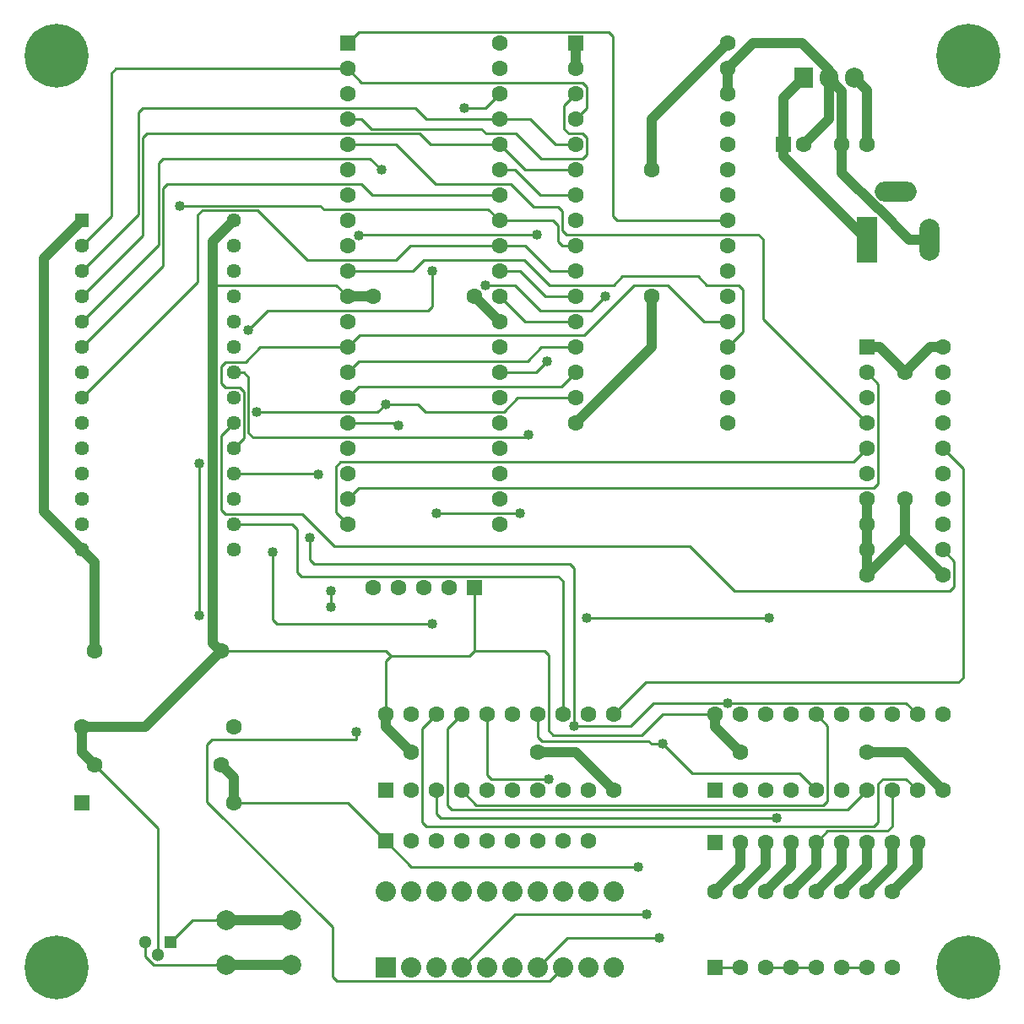
<source format=gbr>
%TF.GenerationSoftware,Novarm,DipTrace,4.3.0.4*%
%TF.CreationDate,2023-07-19T22:18:52+01:00*%
%FSLAX26Y26*%
%MOIN*%
%TF.FileFunction,Copper,L1,Top*%
%TF.Part,Single*%
%TA.AperFunction,Conductor*%
%ADD13C,0.009843*%
%ADD14C,0.03937*%
%TA.AperFunction,ComponentPad*%
%ADD17C,0.251969*%
%ADD20R,0.062992X0.062992*%
%ADD21C,0.062992*%
%ADD22C,0.062992*%
%ADD23R,0.051181X0.051181*%
%ADD24C,0.051181*%
%ADD25C,0.07874*%
%ADD26R,0.07874X0.181102*%
%ADD27O,0.07874X0.165354*%
%ADD28O,0.165354X0.07874*%
%ADD29R,0.056693X0.056693*%
%ADD30C,0.056693*%
%ADD31R,0.08X0.08*%
%ADD32C,0.08*%
%ADD33R,0.075X0.07874*%
%ADD34O,0.075X0.07874*%
%TA.AperFunction,ViaPad*%
%ADD35C,0.04*%
G75*
G01*
%LPD*%
X943701Y593701D2*
D13*
Y1093701D1*
X693701Y1343701D1*
X3743701Y2993701D2*
D14*
X3793701D1*
X3893701Y2893701D1*
X2893701Y3693701D2*
Y3893701D1*
X3193701Y4193701D1*
X3743701Y3793701D2*
Y4006496D1*
X3693701Y4056496D1*
X3143701Y1543701D2*
Y1494488D1*
X3244488Y1393701D1*
X1693701Y3193701D2*
X1794488D1*
X1843701Y1543701D2*
Y1493701D1*
X1943701Y1393701D1*
X1193701Y1793701D2*
X1162205Y1825197D1*
Y3237992D1*
Y3412205D1*
X1243701Y3493701D1*
X643701Y1493701D2*
X893701D1*
X1193701Y1793701D1*
X693701Y1343701D2*
X643701Y1393701D1*
Y1493701D1*
X3893701Y2893701D2*
X3993701Y2993701D1*
X4043701D1*
X3143701Y1543701D2*
D13*
X2937787D1*
X2856098Y1462012D1*
X2505713D1*
X2487996Y1479728D1*
Y1777949D1*
X2470278Y1795667D1*
X2193701D1*
Y2043701D1*
X1693701Y3193701D2*
X1649409Y3237992D1*
X1162205D1*
X1193701Y1793701D2*
X1845667D1*
X1863386Y1775982D1*
X2174016D1*
X2193701Y1795667D1*
X1843701Y1543701D2*
Y1756295D1*
X1863386Y1775982D1*
X2593701Y3093701D2*
X2393701D1*
X2293701Y3193701D1*
X1693701Y4193701D2*
X1737992Y4237992D1*
X2723504D1*
X2741222Y4220273D1*
Y3511417D1*
X2758938Y3493701D1*
X3193701D1*
X2593701Y3893701D2*
X2637992Y3937992D1*
Y4020276D1*
X2620276Y4037992D1*
X1749409D1*
X1693701Y4093701D1*
X779413D1*
X761697Y4075984D1*
Y3511697D1*
X643701Y3393701D1*
X1693701Y3893701D2*
X1749585D1*
X1787579Y3855709D1*
X2222831D1*
X2240547Y3837992D1*
X2359362D1*
X2459362Y3737992D1*
X2620277D1*
X2637992Y3755709D1*
Y3820276D1*
X2620276Y3837992D1*
X2567121D1*
X2549406Y3855709D1*
Y3949406D1*
X2593701Y3993701D1*
X1693701Y3793701D2*
X1886047D1*
X2041756Y3637992D1*
X2337991D1*
X2426575Y3549409D1*
X2523138D1*
X2540854Y3531693D1*
Y3455709D1*
X2558571Y3437992D1*
X3315976D1*
X3333696Y3420273D1*
Y3103706D1*
X3743701Y2693701D1*
X1299925Y3060906D2*
X1377012Y3137992D1*
X2010997D1*
X2028713Y3155707D1*
Y3293701D1*
X2293701D2*
X2373425D1*
X2473425Y3193701D1*
X2593701D1*
Y3293701D2*
X2496240D1*
X2396240Y3393701D1*
X2293701D1*
X1941056D1*
X1885348Y3337992D1*
X1534220D1*
X1337366Y3534846D1*
X1120650D1*
X1102932Y3517130D1*
Y3252932D1*
X643701Y2793701D1*
X1031362Y3552563D2*
X1585913D1*
X1600484Y3537992D1*
X2249409D1*
X2293701Y3493701D1*
X2505421D1*
X2523138Y3475984D1*
Y3411417D1*
X2540854Y3393701D1*
X2593701D1*
X2293701Y3593701D2*
X1792425D1*
X1748134Y3637992D1*
X982159D1*
X964441Y3620276D1*
Y3314441D1*
X643701Y2993701D1*
X2373425Y2337992D2*
X2043189D1*
X2293701Y3693701D2*
X2355707D1*
X2455707Y3593701D1*
X2593701D1*
X1827283Y3693701D2*
X1782991Y3737992D1*
X964441D1*
X946724Y3720276D1*
Y3396724D1*
X643701Y3093701D1*
X2593701Y3693701D2*
X2393701D1*
X2293701Y3793701D1*
X2021484D1*
X1977193Y3837992D1*
X902240D1*
X884524Y3820276D1*
Y3434524D1*
X643701Y3193701D1*
X2593701Y3793701D2*
X2513972D1*
X2413972Y3893701D1*
X2293701D1*
X2004642D1*
X1960350Y3937992D1*
X884525D1*
X866806Y3920273D1*
Y3516806D1*
X643701Y3293701D1*
X2293701Y3993701D2*
X2237992Y3937992D1*
X2154150D1*
X1109256Y1933815D2*
Y2534846D1*
X1693701Y2893701D2*
X1737992Y2937992D1*
X2403307D1*
X2459016Y2993701D1*
X2593701D1*
X2043701Y1243701D2*
Y1151894D1*
X2061417Y1134177D1*
X3387996D1*
X1627224Y1966610D2*
Y2032201D1*
X2143701Y1243701D2*
X2202713Y1184689D1*
X3570281D1*
X3587996Y1202406D1*
Y1499406D1*
X3543701Y1543701D1*
X1693701Y2793701D2*
X1737992Y2837992D1*
X2537992D1*
X2593701Y2893701D1*
Y2793701D2*
X2365846D1*
X2310138Y2737992D1*
X2002205D1*
X1970787Y2769409D1*
X1844217D1*
X3359287Y1923303D2*
X2637992D1*
X1844217Y2769409D2*
X1811421Y2736614D1*
X1738681D1*
X1737303Y2737992D1*
X1335358D1*
X3943701Y1543701D2*
X3899406Y1587996D1*
X3193701D1*
X2587996Y1499409D2*
Y2120787D1*
X2570280Y2138504D1*
X1561634D1*
X1543917Y2156220D1*
Y2241579D1*
X3193701Y1587996D2*
X2900496D1*
X2811909Y1499409D1*
X2587996D1*
X1243701Y2293701D2*
X1475689D1*
X1493406Y2275984D1*
Y2105709D1*
X1511122Y2087992D1*
X2525984D1*
X2543701Y2070276D1*
Y1543701D1*
X2443701D2*
Y1455713D1*
X2461421Y1437992D1*
X2882335D1*
X2893748Y1426579D1*
X2938551D1*
X3054706Y1310424D1*
X3476978D1*
X3543701Y1243701D1*
X1737992Y3433701D2*
X1742285Y3437992D1*
X2440882D1*
X2143701Y1543701D2*
X2087996Y1487996D1*
Y1184688D1*
X2105713Y1166972D1*
X3666972D1*
X3743701Y1243701D1*
X1693701Y3293701D2*
X1950264D1*
X1994555Y3337992D1*
X2391142D1*
X2491142Y3237992D1*
X2743945D1*
X2779378Y3273425D1*
X3076638D1*
X3112071Y3237992D1*
X3237991D1*
X3255709Y3220276D1*
Y3055709D1*
X3193701Y2993701D1*
X2026492Y1901024D2*
X1414610D1*
X1396894Y1918740D1*
Y2185354D1*
X1576713Y2492563D2*
X1575575Y2493701D1*
X1243701D1*
X2043701Y1543701D2*
X1987996Y1487996D1*
Y1119098D1*
X2005713Y1101382D1*
X3771063D1*
X3788780Y1119098D1*
Y1270280D1*
X3806496Y1287996D1*
X3899406D1*
X3943701Y1243701D1*
X3193701Y3093701D2*
X3101469D1*
X2957177Y3237992D1*
X2825718D1*
X2627685Y3039961D1*
X1739961D1*
X1693701Y2993701D1*
X1349709D1*
X1290854Y2934846D1*
X1212402D1*
X1194685Y2917130D1*
Y2852562D1*
X1212402Y2834846D1*
X1267130D1*
X1284846Y2817130D1*
Y2634846D1*
X1243701Y2593701D1*
X3991732Y3418110D2*
D14*
X3912992D1*
X3790945Y3540157D1*
X3786844D1*
X3645276Y3681726D1*
Y3793701D1*
X3743701Y2393701D2*
Y2093701D1*
X1243701Y1193701D2*
Y1293701D1*
X1193701Y1343701D1*
X1471654Y555118D2*
X1215748D1*
X2593701Y4193701D2*
Y4093701D1*
X693701Y1793701D2*
Y2143701D1*
X643701Y2193701D1*
X2893701Y3193701D2*
Y2993701D1*
X2593701Y2693701D1*
X4043701Y1243701D2*
X3893701Y1393701D1*
X3744488D1*
X2743701Y1243701D2*
X2593701Y1393701D1*
X2443701D1*
X3593701Y4056496D2*
Y3893701D1*
X3493701Y3793701D1*
X3743701Y2093701D2*
X3893701Y2243701D1*
Y2393701D1*
X3193701Y4093701D2*
Y3993701D1*
X3593701Y4056496D2*
Y4088484D1*
X3488484Y4193701D1*
X3293701D1*
X3193701Y4093701D1*
X3645276Y3793701D2*
Y4004921D1*
X3593701Y4056496D1*
X3893701Y2243701D2*
X4043701Y2093701D1*
X1215748Y555118D2*
D13*
X927997D1*
X893701Y589415D1*
Y643701D1*
X2194488Y3193701D2*
D14*
X2293701Y3093701D1*
X643701Y2193701D2*
X493701Y2343701D1*
Y3343701D1*
X643701Y3493701D1*
X1243701Y1193701D2*
D13*
X1693701D1*
X1843701Y1043701D1*
X2236472Y3237992D2*
X2355709D1*
X2455709Y3137992D1*
X2656390D1*
X2712098Y3193701D1*
X3643701Y543701D2*
X3743701D1*
X3343701D2*
X3443701D1*
X3243701D2*
X3187992D1*
X3143701D1*
X1843701Y1043701D2*
X1944724Y942677D1*
X2841146D1*
X3443701Y543701D2*
X3543701D1*
X1893701Y2686102D2*
X1886102Y2693701D1*
X1693701D1*
X3143701Y843701D2*
D14*
X3243701Y943701D1*
Y1039370D1*
Y843701D2*
X3343701Y943701D1*
Y1039370D1*
Y843701D2*
X3443701Y943701D1*
Y1039370D1*
Y843701D2*
X3543701Y943701D1*
Y1039370D1*
D13*
X3587996Y1083665D1*
X3825984D1*
X3843701Y1101382D1*
Y1243701D1*
X3543701Y843701D2*
D14*
X3643701Y943701D1*
Y1039370D1*
Y843701D2*
X3743701Y943701D1*
Y1039370D1*
Y843701D2*
X3843701Y943701D1*
Y1039370D1*
Y843701D2*
X3943701Y943701D1*
Y1039370D1*
X3743701Y3418110D2*
X3414961Y3746850D1*
Y3793701D1*
Y3977756D1*
X3493701Y4056496D1*
X2143701Y543701D2*
D13*
X2354547Y754547D1*
X2873941D1*
X2487996Y1287996D2*
X2261421D1*
X2243701Y1305717D1*
Y1543701D1*
X2924453Y662492D2*
X2562492D1*
X2443701Y543701D1*
X2543701D2*
X2490906Y490906D1*
X1651904D1*
X1634188Y508622D1*
Y703678D1*
X1138780Y1199087D1*
Y1425791D1*
X1156496Y1443508D1*
X1728764D1*
Y1473425D1*
X2743701Y1543701D2*
X2869933Y1669933D1*
X4105713D1*
X4123429Y1687651D1*
Y2513972D1*
X4043701Y2593701D1*
X1243701Y2693701D2*
X1194685Y2644685D1*
Y2352562D1*
X1212402Y2334846D1*
X1513681D1*
X1639740Y2208787D1*
X3044945D1*
X3222043Y2031689D1*
X4070281D1*
X4087996Y2049406D1*
Y2149406D1*
X4043701Y2193701D1*
X1693701Y2293701D2*
X1647437Y2339965D1*
Y2522244D1*
X1665154Y2539961D1*
X3689961D1*
X3743701Y2593701D1*
X2481673Y2937992D2*
X2437382Y2893701D1*
X2293701D1*
X1693701Y2393701D2*
X1737992Y2437992D1*
X3770281D1*
X3787996Y2455709D1*
Y2849406D1*
X3743701Y2893701D1*
X2408087Y2649409D2*
X2396669Y2637992D1*
X1320280D1*
X1302563Y2655709D1*
Y2875984D1*
X1284846Y2893701D1*
X1243701D1*
X1471654Y732283D2*
D14*
X1215748D1*
D13*
X1082283D1*
X993701Y643701D1*
D35*
X1299925Y3060906D3*
X2028713Y3293701D3*
X1031362Y3552563D3*
X2043189Y2337992D3*
X2373425D3*
X1827283Y3693701D3*
X2154150Y3937992D3*
X1109256Y2534846D3*
Y1933815D3*
X3387996Y1134177D3*
X1627224Y2032201D3*
Y1966610D3*
X1844217Y2769409D3*
X1335358Y2737992D3*
X2637992Y1923303D3*
X3359287D3*
X1543917Y2241579D3*
X2587996Y1499409D3*
X3193701Y1587996D3*
X2440882Y3437992D3*
X1737992Y3433701D3*
X2938551Y1426579D3*
X1576713Y2492563D3*
X1396894Y2185354D3*
X2026492Y1901024D3*
X2841146Y942677D3*
X2712098Y3193701D3*
X2236472Y3237992D3*
X1893701Y2686102D3*
X2873941Y754547D3*
X2487996Y1287996D3*
X2924453Y662492D3*
X1728764Y1473425D3*
X2481673Y2937992D3*
X2408087Y2649409D3*
D17*
X4143701Y4143701D3*
D20*
X3143701Y543701D3*
D21*
X3243701D3*
X3343701D3*
X3443701D3*
X3543701D3*
X3643701D3*
X3743701D3*
X3843701D3*
Y843701D3*
X3743701D3*
X3643701D3*
X3543701D3*
X3443701D3*
X3343701D3*
X3243701D3*
X3143701D3*
D22*
X2893701Y3693701D3*
Y3193701D3*
D23*
X993701Y643701D3*
D24*
X943701Y593701D3*
X893701Y643701D3*
D20*
X2593701Y4193701D3*
D21*
Y4093701D3*
Y3993701D3*
Y3893701D3*
Y3793701D3*
Y3693701D3*
Y3593701D3*
Y3493701D3*
Y3393701D3*
Y3293701D3*
Y3193701D3*
Y3093701D3*
Y2993701D3*
Y2893701D3*
Y2793701D3*
Y2693701D3*
X3193701D3*
Y2793701D3*
Y2893701D3*
Y2993701D3*
Y3093701D3*
Y3193701D3*
Y3293701D3*
Y3393701D3*
Y3493701D3*
Y3593701D3*
Y3693701D3*
Y3793701D3*
Y3893701D3*
Y3993701D3*
Y4093701D3*
Y4193701D3*
D22*
X3743701Y3793701D3*
X3645276D3*
X1794488Y3193701D3*
X2194488D3*
D25*
X1215748Y732283D3*
X1471654D3*
X1215748Y555118D3*
X1471654D3*
D17*
X4143701Y543701D3*
X543701Y4143701D3*
D20*
X2193701Y2043701D3*
D21*
X2093701D3*
X1993701D3*
X1893701D3*
X1793701D3*
D22*
X3893701Y2893701D3*
Y2393701D3*
D20*
X643701Y1193701D3*
D22*
X1243701D3*
Y1493701D3*
X643701D3*
D20*
X3143701Y1243701D3*
D21*
X3243701D3*
X3343701D3*
X3443701D3*
X3543701D3*
X3643701D3*
X3743701D3*
X3843701D3*
X3943701D3*
X4043701D3*
Y1543701D3*
X3943701D3*
X3843701D3*
X3743701D3*
X3643701D3*
X3543701D3*
X3443701D3*
X3343701D3*
X3243701D3*
X3143701D3*
D26*
X3743701Y3418110D3*
D27*
X3991732D3*
D28*
X3857874Y3607087D3*
D20*
X1693701Y4193701D3*
D21*
Y4093701D3*
Y3993701D3*
Y3893701D3*
Y3793701D3*
Y3693701D3*
Y3593701D3*
Y3493701D3*
Y3393701D3*
Y3293701D3*
Y3193701D3*
Y3093701D3*
Y2993701D3*
Y2893701D3*
Y2793701D3*
Y2693701D3*
Y2593701D3*
Y2493701D3*
Y2393701D3*
Y2293701D3*
X2293701D3*
Y2393701D3*
Y2493701D3*
Y2593701D3*
Y2693701D3*
Y2793701D3*
Y2893701D3*
Y2993701D3*
Y3093701D3*
Y3193701D3*
Y3293701D3*
Y3393701D3*
Y3493701D3*
Y3593701D3*
Y3693701D3*
Y3793701D3*
Y3893701D3*
Y3993701D3*
Y4093701D3*
Y4193701D3*
D22*
X3244488Y1393701D3*
X3744488D3*
D29*
X643701Y3493701D3*
D30*
Y3393701D3*
Y3293701D3*
Y3193701D3*
Y3093701D3*
Y2993701D3*
Y2893701D3*
Y2793701D3*
Y2693701D3*
Y2593701D3*
Y2493701D3*
Y2393701D3*
Y2293701D3*
Y2193701D3*
X1243701D3*
Y2293701D3*
Y2393701D3*
Y2493701D3*
Y2593701D3*
Y2693701D3*
Y2793701D3*
Y2893701D3*
Y2993701D3*
Y3093701D3*
Y3193701D3*
Y3293701D3*
Y3393701D3*
Y3493701D3*
D22*
X693701Y1343701D3*
X1193701D3*
X1943701Y1393701D3*
X2443701D3*
X1193701Y1793701D3*
X693701D3*
D20*
X1843701Y1243701D3*
D21*
X1943701D3*
X2043701D3*
X2143701D3*
X2243701D3*
X2343701D3*
X2443701D3*
X2543701D3*
X2643701D3*
X2743701D3*
Y1543701D3*
X2643701D3*
X2543701D3*
X2443701D3*
X2343701D3*
X2243701D3*
X2143701D3*
X2043701D3*
X1943701D3*
X1843701D3*
D20*
X3414961Y3793701D3*
D22*
X3493701D3*
D20*
X3143701Y1039370D3*
D21*
X3243701D3*
X3343701D3*
X3443701D3*
X3543701D3*
X3643701D3*
X3743701D3*
X3843701D3*
X3943701D3*
D31*
X1843701Y543701D3*
D32*
X1943701D3*
X2043701D3*
X2143701D3*
X2243701D3*
X2343701D3*
X2443701D3*
X2543701D3*
X2643701D3*
X2743701D3*
Y843701D3*
X2643701D3*
X2543701D3*
X2443701D3*
X2343701D3*
X2243701D3*
X2143701D3*
X2043701D3*
X1943701D3*
X1843701D3*
D20*
Y1043701D3*
D21*
X1943701D3*
X2043701D3*
X2143701D3*
X2243701D3*
X2343701D3*
X2443701D3*
X2543701D3*
X2643701D3*
D20*
X3743701Y2993701D3*
D21*
Y2893701D3*
Y2793701D3*
Y2693701D3*
Y2593701D3*
Y2493701D3*
Y2393701D3*
Y2293701D3*
Y2193701D3*
Y2093701D3*
X4043701D3*
Y2193701D3*
Y2293701D3*
Y2393701D3*
Y2493701D3*
Y2593701D3*
Y2693701D3*
Y2793701D3*
Y2893701D3*
Y2993701D3*
D17*
X543701Y543701D3*
D33*
X3493701Y4056496D3*
D34*
X3593701D3*
X3693701D3*
M02*

</source>
